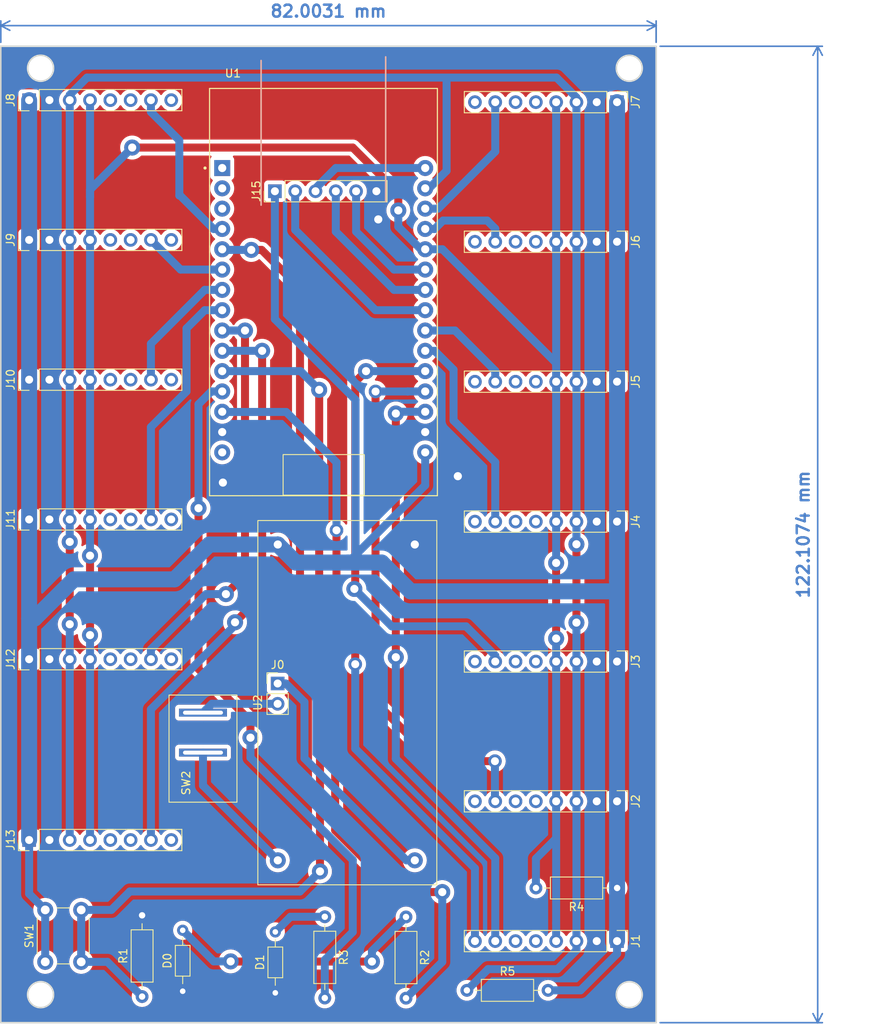
<source format=kicad_pcb>
(kicad_pcb (version 20221018) (generator pcbnew)
  (layers (0 "F.Cu" signal) (31 "B.Cu" signal) (34 "B.Paste" user) (35 "F.Paste" user) (36 "B.SilkS" user "B.Silkscreen") (37 "F.SilkS" user "F.Silkscreen") (38 "B.Mask" user) (39 "F.Mask" user) (44 "Edge.Cuts" user))
  (net 0 "")
  (net 1 "GND")
  (net 2 "Net-(D0-Pad2)")
  (net 3 "Net-(D1-Pad2)")
  (net 4 "BAT-")
  (net 5 "BAT+")
  (net 6 "3v3")
  (net 7 "SDA")
  (net 8 "SCL")
  (net 9 "AD0_0")
  (net 10 "INT")
  (net 11 "AD0_1")
  (net 12 "AD0_2")
  (net 13 "AD0_3")
  (net 14 "AD0_4")
  (net 15 "AD0_5")
  (net 16 "AD0_6")
  (net 17 "AD0_7")
  (net 18 "AD0_8")
  (net 19 "AD0_9")
  (net 20 "AD0_10")
  (net 21 "AD0_11")
  (net 22 "AD0_12")
  (net 27 "SCK")
  (net 28 "MISO")
  (net 30 "MOSI")
  (net 31 "LED_R")
  (net 32 "LED_G")
  (net 40 "SS")
  (net 41 "Switch")
  (net 72 "Net-(U2-Pad1)")
  (footprint "Connector_PinHeader_2.54mm:PinHeader_1x08_P2.54mm_Vertical" (layer "F.Cu") (at 118.29 154.82 -90)
    (fp_text reference "J2" (at 0 -2.33 90) (layer "F.SilkS"))
    (fp_text value "MPU1")
    (pad "1" thru_hole rect (at 0 0 270) (size 1.7 1.7) (drill 1) (layers "*.Cu" "*.Mask") (net 6 "3v3"))
    (pad "2" thru_hole oval (at 0 2.54 270) (size 1.7 1.7) (drill 1) (layers "*.Cu" "*.Mask") (net 1 "GND"))
    (pad "3" thru_hole oval (at 0 5.08 270) (size 1.7 1.7) (drill 1) (layers "*.Cu" "*.Mask") (net 8 "SCL"))
    (pad "4" thru_hole oval (at 0 7.62 270) (size 1.7 1.7) (drill 1) (layers "*.Cu" "*.Mask") (net 7 "SDA"))
    (pad "5" thru_hole oval (at 0 10.16 270) (size 1.7 1.7) (drill 1) (layers "*.Cu" "*.Mask"))
    (pad "6" thru_hole oval (at 0 12.7 270) (size 1.7 1.7) (drill 1) (layers "*.Cu" "*.Mask"))
    (pad "7" thru_hole oval (at 0 15.24 270) (size 1.7 1.7) (drill 1) (layers "*.Cu" "*.Mask") (net 11 "AD0_1"))
    (pad "8" thru_hole oval (at 0 17.78 270) (size 1.7 1.7) (drill 1) (layers "*.Cu" "*.Mask"))
  )
  (footprint "Resistor_THT:R_Axial_DIN0207_L6.3mm_D2.5mm_P10.16mm_Horizontal" (layer "F.Cu") (at 91.88 169.28 -90)
    (fp_text reference "R2" (at 5.08 -2.37 90) (layer "F.SilkS"))
    (fp_text value "220R")
    (pad "1" thru_hole circle (at 0 0 270) (size 1.6 1.6) (drill 0.8) (layers "*.Cu" "*.Mask") (net 2 "Net-(D0-Pad2)"))
    (pad "2" thru_hole oval (at 10.16 0 270) (size 1.6 1.6) (drill 0.8) (layers "*.Cu" "*.Mask") (net 31 "LED_R"))
  )
  (footprint "Resistor_THT:R_Axial_DIN0207_L6.3mm_D2.5mm_P10.16mm_Horizontal" (layer "F.Cu") (at 81.72 169.26 -90)
    (fp_text reference "R3" (at 5.08 -2.37 90) (layer "F.SilkS"))
    (fp_text value "220R")
    (pad "1" thru_hole circle (at 0 0 270) (size 1.6 1.6) (drill 0.8) (layers "*.Cu" "*.Mask") (net 3 "Net-(D1-Pad2)"))
    (pad "2" thru_hole oval (at 10.16 0 270) (size 1.6 1.6) (drill 0.8) (layers "*.Cu" "*.Mask") (net 32 "LED_G"))
  )
  (footprint "TCC_FOOTPRINTS:BOTAO-ONOFF" (layer "F.Cu") (at 66.48 148.23 90)
    (fp_text reference "SW2" (at -4.295 -2.115 90 unlocked) (layer "F.SilkS"))
    (fp_text value "ON/OFF")
    (pad "1" thru_hole rect (at 4.497 0 90) (size 1 6) (drill oval 0.5 5) (layers "*.Cu" "*.Mask") (net 5 "BAT+"))
    (pad "2" thru_hole rect (at -0.5 0 90) (size 1 6) (drill oval 0.5 5) (layers "*.Cu" "*.Mask") (net 72 "Net-(U2-Pad1)"))
  )
  (footprint "Connector_PinHeader_2.54mm:PinHeader_1x08_P2.54mm_Vertical" (layer "F.Cu") (at 118.29 67.38 -90)
    (fp_text reference "J7" (at 0 -2.33 -90) (layer "F.SilkS"))
    (fp_text value "MPU6")
    (pad "1" thru_hole rect (at 0 0 270) (size 1.7 1.7) (drill 1) (layers "*.Cu" "*.Mask") (net 6 "3v3"))
    (pad "2" thru_hole oval (at 0 2.54 270) (size 1.7 1.7) (drill 1) (layers "*.Cu" "*.Mask") (net 1 "GND"))
    (pad "3" thru_hole oval (at 0 5.08 270) (size 1.7 1.7) (drill 1) (layers "*.Cu" "*.Mask") (net 8 "SCL"))
    (pad "4" thru_hole oval (at 0 7.62 270) (size 1.7 1.7) (drill 1) (layers "*.Cu" "*.Mask") (net 7 "SDA"))
    (pad "5" thru_hole oval (at 0 10.16 270) (size 1.7 1.7) (drill 1) (layers "*.Cu" "*.Mask"))
    (pad "6" thru_hole oval (at 0 12.7 270) (size 1.7 1.7) (drill 1) (layers "*.Cu" "*.Mask"))
    (pad "7" thru_hole oval (at 0 15.24 270) (size 1.7 1.7) (drill 1) (layers "*.Cu" "*.Mask") (net 16 "AD0_6"))
    (pad "8" thru_hole oval (at 0 17.78 270) (size 1.7 1.7) (drill 1) (layers "*.Cu" "*.Mask"))
  )
  (footprint "Connector_PinHeader_2.54mm:PinHeader_1x08_P2.54mm_Vertical" (layer "F.Cu") (at 44.725 159.66 90)
    (fp_text reference "J13" (at 0 -2.33 90) (layer "F.SilkS"))
    (fp_text value "MPU12")
    (pad "1" thru_hole rect (at 0 0 90) (size 1.7 1.7) (drill 1) (layers "*.Cu" "*.Mask") (net 6 "3v3"))
    (pad "2" thru_hole oval (at 0 2.54 90) (size 1.7 1.7) (drill 1) (layers "*.Cu" "*.Mask") (net 1 "GND"))
    (pad "3" thru_hole oval (at 0 5.08 90) (size 1.7 1.7) (drill 1) (layers "*.Cu" "*.Mask") (net 8 "SCL"))
    (pad "4" thru_hole oval (at 0 7.62 90) (size 1.7 1.7) (drill 1) (layers "*.Cu" "*.Mask") (net 7 "SDA"))
    (pad "5" thru_hole oval (at 0 10.16 90) (size 1.7 1.7) (drill 1) (layers "*.Cu" "*.Mask"))
    (pad "6" thru_hole oval (at 0 12.7 90) (size 1.7 1.7) (drill 1) (layers "*.Cu" "*.Mask"))
    (pad "7" thru_hole oval (at 0 15.24 90) (size 1.7 1.7) (drill 1) (layers "*.Cu" "*.Mask") (net 22 "AD0_12"))
    (pad "8" thru_hole oval (at 0 17.78 90) (size 1.7 1.7) (drill 1) (layers "*.Cu" "*.Mask"))
  )
  (footprint "Connector_PinHeader_2.54mm:PinHeader_1x08_P2.54mm_Vertical" (layer "F.Cu") (at 44.725 119.57 90)
    (fp_text reference "J11" (at 0 -2.33 90) (layer "F.SilkS"))
    (fp_text value "MPU10")
    (pad "1" thru_hole rect (at 0 0 90) (size 1.7 1.7) (drill 1) (layers "*.Cu" "*.Mask") (net 6 "3v3"))
    (pad "2" thru_hole oval (at 0 2.54 90) (size 1.7 1.7) (drill 1) (layers "*.Cu" "*.Mask") (net 1 "GND"))
    (pad "3" thru_hole oval (at 0 5.08 90) (size 1.7 1.7) (drill 1) (layers "*.Cu" "*.Mask") (net 8 "SCL"))
    (pad "4" thru_hole oval (at 0 7.62 90) (size 1.7 1.7) (drill 1) (layers "*.Cu" "*.Mask") (net 7 "SDA"))
    (pad "5" thru_hole oval (at 0 10.16 90) (size 1.7 1.7) (drill 1) (layers "*.Cu" "*.Mask"))
    (pad "6" thru_hole oval (at 0 12.7 90) (size 1.7 1.7) (drill 1) (layers "*.Cu" "*.Mask"))
    (pad "7" thru_hole oval (at 0 15.24 90) (size 1.7 1.7) (drill 1) (layers "*.Cu" "*.Mask") (net 20 "AD0_10"))
    (pad "8" thru_hole oval (at 0 17.78 90) (size 1.7 1.7) (drill 1) (layers "*.Cu" "*.Mask"))
  )
  (footprint "Connector_PinHeader_2.54mm:PinHeader_1x08_P2.54mm_Vertical" (layer "F.Cu") (at 44.725 67.13 90)
    (fp_text reference "J8" (at 0 -2.33 90) (layer "F.SilkS"))
    (fp_text value "MPU7")
    (pad "1" thru_hole rect (at 0 0 90) (size 1.7 1.7) (drill 1) (layers "*.Cu" "*.Mask") (net 6 "3v3"))
    (pad "2" thru_hole oval (at 0 2.54 90) (size 1.7 1.7) (drill 1) (layers "*.Cu" "*.Mask") (net 1 "GND"))
    (pad "3" thru_hole oval (at 0 5.08 90) (size 1.7 1.7) (drill 1) (layers "*.Cu" "*.Mask") (net 8 "SCL"))
    (pad "4" thru_hole oval (at 0 7.62 90) (size 1.7 1.7) (drill 1) (layers "*.Cu" "*.Mask") (net 7 "SDA"))
    (pad "5" thru_hole oval (at 0 10.16 90) (size 1.7 1.7) (drill 1) (layers "*.Cu" "*.Mask"))
    (pad "6" thru_hole oval (at 0 12.7 90) (size 1.7 1.7) (drill 1) (layers "*.Cu" "*.Mask"))
    (pad "7" thru_hole oval (at 0 15.24 90) (size 1.7 1.7) (drill 1) (layers "*.Cu" "*.Mask") (net 17 "AD0_7"))
    (pad "8" thru_hole oval (at 0 17.78 90) (size 1.7 1.7) (drill 1) (layers "*.Cu" "*.Mask"))
  )
  (footprint "Button_Switch_THT:SW_PUSH_6mm_H5mm" (layer "F.Cu") (at 46.74 174.9 90)
    (fp_text reference "SW1" (at 3.25 -2 90) (layer "F.SilkS"))
    (fp_text value "SW_Push")
    (pad "1" thru_hole circle (at 0 0 180) (size 2 2) (drill 1.1) (layers "*.Cu" "*.Mask") (net 6 "3v3"))
    (pad "1" thru_hole circle (at 6.5 0 180) (size 2 2) (drill 1.1) (layers "*.Cu" "*.Mask") (net 6 "3v3"))
    (pad "2" thru_hole circle (at 0 4.5 180) (size 2 2) (drill 1.1) (layers "*.Cu" "*.Mask") (net 41 "Switch"))
    (pad "2" thru_hole circle (at 6.5 4.5 180) (size 2 2) (drill 1.1) (layers "*.Cu" "*.Mask") (net 41 "Switch"))
  )
  (footprint "Connector_PinHeader_2.54mm:PinHeader_1x08_P2.54mm_Vertical" (layer "F.Cu") (at 118.29 119.84 -90)
    (fp_text reference "J4" (at 0 -2.33 -90) (layer "F.SilkS"))
    (fp_text value "MPU3")
    (pad "1" thru_hole rect (at 0 0 270) (size 1.7 1.7) (drill 1) (layers "*.Cu" "*.Mask") (net 6 "3v3"))
    (pad "2" thru_hole oval (at 0 2.54 270) (size 1.7 1.7) (drill 1) (layers "*.Cu" "*.Mask") (net 1 "GND"))
    (pad "3" thru_hole oval (at 0 5.08 270) (size 1.7 1.7) (drill 1) (layers "*.Cu" "*.Mask") (net 8 "SCL"))
    (pad "4" thru_hole oval (at 0 7.62 270) (size 1.7 1.7) (drill 1) (layers "*.Cu" "*.Mask") (net 7 "SDA"))
    (pad "5" thru_hole oval (at 0 10.16 270) (size 1.7 1.7) (drill 1) (layers "*.Cu" "*.Mask"))
    (pad "6" thru_hole oval (at 0 12.7 270) (size 1.7 1.7) (drill 1) (layers "*.Cu" "*.Mask"))
    (pad "7" thru_hole oval (at 0 15.24 270) (size 1.7 1.7) (drill 1) (layers "*.Cu" "*.Mask") (net 13 "AD0_3"))
    (pad "8" thru_hole oval (at 0 17.78 270) (size 1.7 1.7) (drill 1) (layers "*.Cu" "*.Mask"))
  )
  (footprint "Connector_PinHeader_2.54mm:PinHeader_1x08_P2.54mm_Vertical" (layer "F.Cu") (at 44.725 102.09 90)
    (fp_text reference "J10" (at 0 -2.33 90) (layer "F.SilkS"))
    (fp_text value "MPU9")
    (pad "1" thru_hole rect (at 0 0 90) (size 1.7 1.7) (drill 1) (layers "*.Cu" "*.Mask") (net 6 "3v3"))
    (pad "2" thru_hole oval (at 0 2.54 90) (size 1.7 1.7) (drill 1) (layers "*.Cu" "*.Mask") (net 1 "GND"))
    (pad "3" thru_hole oval (at 0 5.08 90) (size 1.7 1.7) (drill 1) (layers "*.Cu" "*.Mask") (net 8 "SCL"))
    (pad "4" thru_hole oval (at 0 7.62 90) (size 1.7 1.7) (drill 1) (layers "*.Cu" "*.Mask") (net 7 "SDA"))
    (pad "5" thru_hole oval (at 0 10.16 90) (size 1.7 1.7) (drill 1) (layers "*.Cu" "*.Mask"))
    (pad "6" thru_hole oval (at 0 12.7 90) (size 1.7 1.7) (drill 1) (layers "*.Cu" "*.Mask"))
    (pad "7" thru_hole oval (at 0 15.24 90) (size 1.7 1.7) (drill 1) (layers "*.Cu" "*.Mask") (net 19 "AD0_9"))
    (pad "8" thru_hole oval (at 0 17.78 90) (size 1.7 1.7) (drill 1) (layers "*.Cu" "*.Mask"))
  )
  (footprint "Resistor_THT:R_Axial_DIN0207_L6.3mm_D2.5mm_P10.16mm_Horizontal" (layer "F.Cu") (at 99.5 178.46)
    (fp_text reference "R5" (at 5.08 -2.37) (layer "F.SilkS"))
    (fp_text value "1K8")
    (pad "1" thru_hole circle (at 0 0) (size 1.6 1.6) (drill 0.8) (layers "*.Cu" "*.Mask") (net 8 "SCL"))
    (pad "2" thru_hole oval (at 10.16 0) (size 1.6 1.6) (drill 0.8) (layers "*.Cu" "*.Mask") (net 6 "3v3"))
  )
  (footprint "Resistor_THT:R_Axial_DIN0207_L6.3mm_D2.5mm_P10.16mm_Horizontal" (layer "F.Cu") (at 58.86 179.24 90)
    (fp_text reference "R1" (at 5.08 -2.37 90) (layer "F.SilkS"))
    (fp_text value "10k")
    (pad "1" thru_hole circle (at 0 0 90) (size 1.6 1.6) (drill 0.8) (layers "*.Cu" "*.Mask") (net 41 "Switch"))
    (pad "2" thru_hole oval (at 10.16 0 90) (size 1.6 1.6) (drill 0.8) (layers "*.Cu" "*.Mask") (net 1 "GND"))
  )
  (footprint "Connector_PinHeader_2.54mm:PinHeader_1x08_P2.54mm_Vertical" (layer "F.Cu") (at 118.29 84.84 -90)
    (fp_text reference "J6" (at 0 -2.33 -90) (layer "F.SilkS"))
    (fp_text value "MPU5")
    (pad "1" thru_hole rect (at 0 0 270) (size 1.7 1.7) (drill 1) (layers "*.Cu" "*.Mask") (net 6 "3v3"))
    (pad "2" thru_hole oval (at 0 2.54 270) (size 1.7 1.7) (drill 1) (layers "*.Cu" "*.Mask") (net 1 "GND"))
    (pad "3" thru_hole oval (at 0 5.08 270) (size 1.7 1.7) (drill 1) (layers "*.Cu" "*.Mask") (net 8 "SCL"))
    (pad "4" thru_hole oval (at 0 7.62 270) (size 1.7 1.7) (drill 1) (layers "*.Cu" "*.Mask") (net 7 "SDA"))
    (pad "5" thru_hole oval (at 0 10.16 270) (size 1.7 1.7) (drill 1) (layers "*.Cu" "*.Mask"))
    (pad "6" thru_hole oval (at 0 12.7 270) (size 1.7 1.7) (drill 1) (layers "*.Cu" "*.Mask"))
    (pad "7" thru_hole oval (at 0 15.24 270) (size 1.7 1.7) (drill 1) (layers "*.Cu" "*.Mask") (net 15 "AD0_5"))
    (pad "8" thru_hole oval (at 0 17.78 270) (size 1.7 1.7) (drill 1) (layers "*.Cu" "*.Mask"))
  )
  (footprint "Connector_PinHeader_2.54mm:PinHeader_1x06_P2.54mm_Vertical" (layer "F.Cu") (at 75.478224 78.520748 90)
    (fp_text reference "J15" (at 0 -2.33 90) (layer "F.SilkS"))
    (fp_text value "SD_CARD")
    (pad "1" thru_hole rect (at 0 0 90) (size 1.7 1.7) (drill 1) (layers "*.Cu" "*.Mask") (net 6 "3v3"))
    (pad "2" thru_hole oval (at 0 2.54 90) (size 1.7 1.7) (drill 1) (layers "*.Cu" "*.Mask") (net 40 "SS"))
    (pad "3" thru_hole oval (at 0 5.08 90) (size 1.7 1.7) (drill 1) (layers "*.Cu" "*.Mask") (net 30 "MOSI"))
    (pad "4" thru_hole oval (at 0 7.62 90) (size 1.7 1.7) (drill 1) (layers "*.Cu" "*.Mask") (net 27 "SCK"))
    (pad "5" thru_hole oval (at 0 10.16 90) (size 1.7 1.7) (drill 1) (layers "*.Cu" "*.Mask") (net 28 "MISO"))
    (pad "6" thru_hole oval (at 0 12.7 90) (size 1.7 1.7) (drill 1) (layers "*.Cu" "*.Mask") (net 1 "GND"))
  )
  (footprint "Resistor_THT:R_Axial_DIN0204_L3.6mm_D1.6mm_P7.62mm_Horizontal" (layer "F.Cu") (at 75.529442 178.774385 90)
    (fp_text reference "D1" (at 3.81 -1.92 90) (layer "F.SilkS"))
    (fp_text value "LED G")
    (pad "1" thru_hole circle (at 0 0 90) (size 1.4 1.4) (drill 0.7) (layers "*.Cu" "*.Mask") (net 1 "GND"))
    (pad "2" thru_hole oval (at 7.62 0 90) (size 1.4 1.4) (drill 0.7) (layers "*.Cu" "*.Mask") (net 3 "Net-(D1-Pad2)"))
  )
  (footprint "Connector_PinHeader_2.54mm:PinHeader_1x08_P2.54mm_Vertical" (layer "F.Cu") (at 118.29 137.34 -90)
    (fp_text reference "J3" (at 0 -2.33 -90) (layer "F.SilkS"))
    (fp_text value "MPU3")
    (pad "1" thru_hole rect (at 0 0 270) (size 1.7 1.7) (drill 1) (layers "*.Cu" "*.Mask") (net 6 "3v3"))
    (pad "2" thru_hole oval (at 0 2.54 270) (size 1.7 1.7) (drill 1) (layers "*.Cu" "*.Mask") (net 1 "GND"))
    (pad "3" thru_hole oval (at 0 5.08 270) (size 1.7 1.7) (drill 1) (layers "*.Cu" "*.Mask") (net 8 "SCL"))
    (pad "4" thru_hole oval (at 0 7.62 270) (size 1.7 1.7) (drill 1) (layers "*.Cu" "*.Mask") (net 7 "SDA"))
    (pad "5" thru_hole oval (at 0 10.16 270) (size 1.7 1.7) (drill 1) (layers "*.Cu" "*.Mask"))
    (pad "6" thru_hole oval (at 0 12.7 270) (size 1.7 1.7) (drill 1) (layers "*.Cu" "*.Mask"))
    (pad "7" thru_hole oval (at 0 15.24 270) (size 1.7 1.7) (drill 1) (layers "*.Cu" "*.Mask") (net 12 "AD0_2"))
    (pad "8" thru_hole oval (at 0 17.78 270) (size 1.7 1.7) (drill 1) (layers "*.Cu" "*.Mask"))
  )
  (footprint "Resistor_THT:R_Axial_DIN0207_L6.3mm_D2.5mm_P10.16mm_Horizontal" (layer "F.Cu") (at 118.3 165.66 180)
    (fp_text reference "R4" (at 5.08 -2.37) (layer "F.SilkS"))
    (fp_text value "1K8")
    (pad "1" thru_hole circle (at 0 0 180) (size 1.6 1.6) (drill 0.8) (layers "*.Cu" "*.Mask") (net 6 "3v3"))
    (pad "2" thru_hole oval (at 10.16 0 180) (size 1.6 1.6) (drill 0.8) (layers "*.Cu" "*.Mask") (net 7 "SDA"))
  )
  (footprint "TCC_FOOTPRINTS:LM2596_Board" (layer "F.Cu") (at 84.413044 142.4515 90)
    (fp_text reference "U2" (at -0.030435 -11.069565 90 unlocked) (layer "F.SilkS"))
    (fp_text value "LM2596-Board")
    (pad "1" thru_hole circle (at -19.7485 -8.5725 90) (size 2 2) (drill 1.02) (layers "*.Cu" "*.Mask") (net 72 "Net-(U2-Pad1)"))
    (pad "2" thru_hole circle (at -19.7485 8.5725 90) (size 2 2) (drill 1.02) (layers "*.Cu" "*.Mask") (net 4 "BAT-"))
    (pad "3" thru_hole circle (at 19.7485 -8.5725 90) (size 2 2) (drill 1.02) (layers "*.Cu" "*.Mask") (net 6 "3v3"))
    (pad "4" thru_hole circle (at 19.7485 8.5725 90) (size 2 2) (drill 1.02) (layers "*.Cu" "*.Mask") (net 1 "GND"))
  )
  (footprint "Connector_PinHeader_2.54mm:PinHeader_1x08_P2.54mm_Vertical" (layer "F.Cu") (at 118.29 102.34 -90)
    (fp_text reference "J5" (at 0 -2.33 -90) (layer "F.SilkS"))
    (fp_text value "MPU4")
    (pad "1" thru_hole rect (at 0 0 270) (size 1.7 1.7) (drill 1) (layers "*.Cu" "*.Mask") (net 6 "3v3"))
    (pad "2" thru_hole oval (at 0 2.54 270) (size 1.7 1.7) (drill 1) (layers "*.Cu" "*.Mask") (net 1 "GND"))
    (pad "3" thru_hole oval (at 0 5.08 270) (size 1.7 1.7) (drill 1) (layers "*.Cu" "*.Mask") (net 8 "SCL"))
    (pad "4" thru_hole oval (at 0 7.62 270) (size 1.7 1.7) (drill 1) (layers "*.Cu" "*.Mask") (net 7 "SDA"))
    (pad "5" thru_hole oval (at 0 10.16 270) (size 1.7 1.7) (drill 1) (layers "*.Cu" "*.Mask"))
    (pad "6" thru_hole oval (at 0 12.7 270) (size 1.7 1.7) (drill 1) (layers "*.Cu" "*.Mask"))
    (pad "7" thru_hole oval (at 0 15.24 270) (size 1.7 1.7) (drill 1) (layers "*.Cu" "*.Mask") (net 14 "AD0_4"))
    (pad "8" thru_hole oval (at 0 17.78 270) (size 1.7 1.7) (drill 1) (layers "*.Cu" "*.Mask"))
  )
  (footprint "TCC_FOOTPRINTS:MODULE_ESP32_DEVKIT_V1" (layer "F.Cu") (at 81.5848 91.1352)
    (fp_text reference "U1" (at -11.355 -27.36) (layer "F.SilkS"))
    (fp_text value "ESP32-DEVKIT1-V1-JOAO")
    (pad "1" thru_hole rect (at -12.7 -15.515) (size 2 2) (drill 1.02) (layers "*.Cu" "*.Mask"))
    (pad "2" thru_hole circle (at -12.7 -12.975) (size 2 2) (drill 1.02) (layers "*.Cu" "*.Mask"))
    (pad "3" thru_hole circle (at -12.7 -10.435) (size 2 2) (drill 1.02) (layers "*.Cu" "*.Mask"))
    (pad "4" thru_hole circle (at -12.7 -7.895) (size 2 2) (drill 1.02) (layers "*.Cu" "*.Mask") (net 17 "AD0_7"))
    (pad "5" thru_hole circle (at -12.7 -5.355) (size 2 2) (drill 1.02) (layers "*.Cu" "*.Mask") (net 41 "Switch"))
    (pad "6" thru_hole circle (at -12.7 -2.815) (size 2 2) (drill 1.02) (layers "*.Cu" "*.Mask") (net 18 "AD0_8"))
    (pad "7" thru_hole circle (at -12.7 -0.275) (size 2 2) (drill 1.02) (layers "*.Cu" "*.Mask") (net 19 "AD0_9"))
    (pad "8" thru_hole circle (at -12.7 2.265) (size 2 2) (drill 1.02) (layers "*.Cu" "*.Mask") (net 20 "AD0_10"))
    (pad "9" thru_hole circle (at -12.7 4.805) (size 2 2) (drill 1.02) (layers "*.Cu" "*.Mask") (net 21 "AD0_11"))
    (pad "10" thru_hole circle (at -12.7 7.345) (size 2 2) (drill 1.02) (layers "*.Cu" "*.Mask") (net 22 "AD0_12"))
    (pad "11" thru_hole circle (at -12.7 9.885) (size 2 2) (drill 1.02) (layers "*.Cu" "*.Mask") (net 31 "LED_R"))
    (pad "12" thru_hole circle (at -12.7 12.425) (size 2 2) (drill 1.02) (layers "*.Cu" "*.Mask") (net 32 "LED_G"))
    (pad "13" thru_hole circle (at -12.7 14.965) (size 2 2) (drill 1.02) (layers "*.Cu" "*.Mask") (net 10 "INT"))
    (pad "14" thru_hole circle (at -12.7 17.505) (size 2 2) (drill 1.02) (layers "*.Cu" "*.Mask") (net 1 "GND"))
    (pad "15" thru_hole circle (at -12.7 20.045) (size 2 2) (drill 1.02) (layers "*.Cu" "*.Mask"))
    (pad "16" thru_hole circle (at 12.7 20.045) (size 2 2) (drill 1.02) (layers "*.Cu" "*.Mask") (net 6 "3v3"))
    (pad "17" thru_hole circle (at 12.7 17.505) (size 2 2) (drill 1.02) (layers "*.Cu" "*.Mask") (net 1 "GND"))
    (pad "18" thru_hole circle (at 12.7 14.965) (size 2 2) (drill 1.02) (layers "*.Cu" "*.Mask") (net 9 "AD0_0"))
    (pad "19" thru_hole circle (at 12.7 12.425) (size 2 2) (drill 1.02) (layers "*.Cu" "*.Mask") (net 11 "AD0_1"))
    (pad "20" thru_hole circle (at 12.7 9.885) (size 2 2) (drill 1.02) (layers "*.Cu" "*.Mask") (net 12 "AD0_2"))
    (pad "21" thru_hole circle (at 12.7 7.345) (size 2 2) (drill 1.02) (layers "*.Cu" "*.Mask") (net 13 "AD0_3"))
    (pad "22" thru_hole circle (at 12.7 4.805) (size 2 2) (drill 1.02) (layers "*.Cu" "*.Mask") (net 14 "AD0_4"))
    (pad "23" thru_hole circle (at 12.7 2.265) (size 2 2) (drill 1.02) (layers "*.Cu" "*.Mask") (net 40 "SS"))
    (pad "24" thru_hole circle (at 12.7 -0.275) (size 2 2) (drill 1.02) (layers "*.Cu" "*.Mask") (net 27 "SCK"))
    (pad "25" thru_hole circle (at 12.7 -2.815) (size 2 2) (drill 1.02) (layers "*.Cu" "*.Mask") (net 28 "MISO"))
    (pad "26" thru_hole circle (at 12.7 -5.355) (size 2 2) (drill 1.02) (layers "*.Cu" "*.Mask") (net 7 "SDA"))
    (pad "27" thru_hole circle (at 12.7 -7.895) (size 2 2) (drill 1.02) (layers "*.Cu" "*.Mask") (net 15 "AD0_5"))
    (pad "28" thru_hole circle (at 12.7 -10.435) (size 2 2) (drill 1.02) (layers "*.Cu" "*.Mask") (net 16 "AD0_6"))
    (pad "29" thru_hole circle (at 12.7 -12.975) (size 2 2) (drill 1.02) (layers "*.Cu" "*.Mask") (net 8 "SCL"))
    (pad "30" thru_hole circle (at 12.7 -15.515) (size 2 2) (drill 1.02) (layers "*.Cu" "*.Mask") (net 30 "MOSI"))
  )
  (footprint "Connector_PinHeader_2.54mm:PinHeader_1x02_P2.54mm_Vertical" (layer "F.Cu") (at 75.82 140.085)
    (fp_text reference "J0" (at 0 -2.33) (layer "F.SilkS"))
    (fp_text value "Battery")
    (pad "1" thru_hole rect (at 0 0) (size 1.7 1.7) (drill 1) (layers "*.Cu" "*.Mask") (net 4 "BAT-"))
    (pad "2" thru_hole oval (at 0 2.54) (size 1.7 1.7) (drill 1) (layers "*.Cu" "*.Mask") (net 5 "BAT+"))
  )
  (footprint "Connector_PinHeader_2.54mm:PinHeader_1x08_P2.54mm_Vertical" (layer "F.Cu") (at 118.29 172.3 -90)
    (fp_text reference "J1" (at 0 -2.33 90) (layer "F.SilkS"))
    (fp_text value "MPU0")
    (pad "1" thru_hole rect (at 0 0 270) (size 1.7 1.7) (drill 1) (layers "*.Cu" "*.Mask") (net 6 "3v3"))
    (pad "2" thru_hole oval (at 0 2.54 270) (size 1.7 1.7) (drill 1) (layers "*.Cu" "*.Mask") (net 1 "GND"))
    (pad "3" thru_hole oval (at 0 5.08 270) (size 1.7 1.7) (drill 1) (layers "*.Cu" "*.Mask") (net 8 "SCL"))
    (pad "4" thru_hole oval (at 0 7.62 270) (size 1.7 1.7) (drill 1) (layers "*.Cu" "*.Mask") (net 7 "SDA"))
    (pad "5" thru_hole oval (at 0 10.16 270) (size 1.7 1.7) (drill 1) (layers "*.Cu" "*.Mask"))
    (pad "6" thru_hole oval (at 0 12.7 270) (size 1.7 1.7) (drill 1) (layers "*.Cu" "*.Mask"))
    (pad "7" thru_hole oval (at 0 15.24 270) (size 1.7 1.7) (drill 1) (layers "*.Cu" "*.Mask") (net 9 "AD0_0"))
    (pad "8" thru_hole oval (at 0 17.78 270) (size 1.7 1.7) (drill 1) (layers "*.Cu" "*.Mask") (net 10 "INT"))
  )
  (footprint "Connector_PinHeader_2.54mm:PinHeader_1x08_P2.54mm_Vertical" (layer "F.Cu") (at 44.725 137.05 90)
    (fp_text reference "J12" (at 0 -2.33 90) (layer "F.SilkS"))
    (fp_text value "MPU11")
    (pad "1" thru_hole rect (at 0 0 90) (size 1.7 1.7) (drill 1) (layers "*.Cu" "*.Mask") (net 6 "3v3"))
    (pad "2" thru_hole oval (at 0 2.54 90) (size 1.7 1.7) (drill 1) (layers "*.Cu" "*.Mask") (net 1 "GND"))
    (pad "3" thru_hole oval (at 0 5.08 90) (size 1.7 1.7) (drill 1) (layers "*.Cu" "*.Mask") (net 8 "SCL"))
    (pad "4" thru_hole oval (at 0 7.62 90) (size 1.7 1.7) (drill 1) (layers "*.Cu" "*.Mask") (net 7 "SDA"))
    (pad "5" thru_hole oval (at 0 10.16 90) (size 1.7 1.7) (drill 1) (layers "*.Cu" "*.Mask"))
    (pad "6" thru_hole oval (at 0 12.7 90) (size 1.7 1.7) (drill 1) (layers "*.Cu" "*.Mask"))
    (pad "7" thru_hole oval (at 0 15.24 90) (size 1.7 1.7) (drill 1) (layers "*.Cu" "*.Mask") (net 21 "AD0_11"))
    (pad "8" thru_hole oval (at 0 17.78 90) (size 1.7 1.7) (drill 1) (layers "*.Cu" "*.Mask"))
  )
  (footprint "Connector_PinHeader_2.54mm:PinHeader_1x08_P2.54mm_Vertical" (layer "F.Cu") (at 44.725 84.61 90)
    (fp_text reference "J9" (at 0 -2.33 90) (layer "F.SilkS"))
    (fp_text value "MPU8")
    (pad "1" thru_hole rect (at 0 0 90) (size 1.7 1.7) (drill 1) (layers "*.Cu" "*.Mask") (net 6 "3v3"))
    (pad "2" thru_hole oval (at 0 2.54 90) (size 1.7 1.7) (drill 1) (layers "*.Cu" "*.Mask") (net 1 "GND"))
    (pad "3" thru_hole oval (at 0 5.08 90) (size 1.7 1.7) (drill 1) (layers "*.Cu" "*.Mask") (net 8 "SCL"))
    (pad "4" thru_hole oval (at 0 7.62 90) (size 1.7 1.7) (drill 1) (layers "*.Cu" "*.Mask") (net 7 "SDA"))
    (pad "5" thru_hole oval (at 0 10.16 90) (size 1.7 1.7) (drill 1) (layers "*.Cu" "*.Mask"))
    (pad "6" thru_hole oval (at 0 12.7 90) (size 1.7 1.7) (drill 1) (layers "*.Cu" "*.Mask"))
    (pad "7" thru_hole oval (at 0 15.24 90) (size 1.7 1.7) (drill 1) (layers "*.Cu" "*.Mask") (net 18 "AD0_8"))
    (pad "8" thru_hole oval (at 0 17.78 90) (size 1.7 1.7) (drill 1) (layers "*.Cu" "*.Mask"))
  )
  (footprint "Resistor_THT:R_Axial_DIN0204_L3.6mm_D1.6mm_P7.62mm_Horizontal" (layer "F.Cu") (at 63.94 178.57 90)
    (fp_text reference "D0" (at 3.81 -1.92 90) (layer "F.SilkS"))
    (fp_text value "LED R")
    (pad "1" thru_hole circle (at 0 0 90) (size 1.4 1.4) (drill 0.7) (layers "*.Cu" "*.Mask") (net 1 "GND"))
    (pad "2" thru_hole oval (at 7.62 0 90) (size 1.4 1.4) (drill 0.7) (layers "*.Cu" "*.Mask") (net 2 "Net-(D0-Pad2)"))
  )
  (gr_line (start 73.750591 62.175546) (end 73.750591 80.255984) (stroke (width 0.2)) (layer "B.SilkS"))
  (gr_line (start 89.34 61.719781) (end 89.34 79.800219) (stroke (width 0.2)) (layer "B.SilkS"))
  (gr_circle (center 46.16 179) (end 47.785 179) (stroke (width 0.2)) (fill none) (layer "Edge.Cuts"))
  (gr_circle (center 119.82 179) (end 121.445 179) (stroke (width 0.2)) (fill none) (layer "Edge.Cuts"))
  (gr_circle (center 119.82 63.14) (end 121.445 63.14) (stroke (width 0.2)) (fill none) (layer "Edge.Cuts"))
  (gr_rect (start 41.18 60.392616) (end 123.183126 182.5) (stroke (width 0.2)) (fill none) (layer "Edge.Cuts"))
  (gr_circle (center 46.16 63.14) (end 47.785 63.14) (stroke (width 0.2)) (fill none) (layer "Edge.Cuts"))
  (dimension (type aligned) (layer "B.Cu") (pts (xy 123.183126 60.392616) (xy 41.18 60.392616)) (height 2.582615) (gr_text "82,0031 mm" (at 82.181563 56.010001) (layer "B.Cu") (effects (font (size 1.5 1.5) (thickness 0.3)))) (format (prefix "") (suffix "") (units 3) (units_format 1) (precision 4)) (style (thickness 0.2) (arrow_length 1.27) (text_position_mode 0) (extension_height 0.58642) (extension_offset 0.5) keep_text_aligned))
  (dimension (type aligned) (layer "B.Cu") (pts (xy 123.183126 182.5) (xy 123.183126 60.392616)) (height 20.212291) (gr_text "122,1074 mm" (at 141.595417 121.446308 90) (layer "B.Cu") (effects (font (size 1.5 1.5) (thickness 0.3)))) (format (prefix "") (suffix "") (units 3) (units_format 1) (precision 4)) (style (thickness 0.2) (arrow_length 1.27) (text_position_mode 0) (extension_height 0.58642) (extension_offset 0.5) keep_text_aligned))
  (via (at 98.37 114.16) (size 2) (drill 1.02) (layers "F.Cu" "B.Cu") (net 1))
  (via (at 88.413456 82.044151) (size 2) (drill 1.02) (layers "F.Cu" "B.Cu") (net 1))
  (via (at 68.97 114.96) (size 2) (drill 1.02) (layers "F.Cu" "B.Cu") (net 1))
  (segment (start 69.960777 174.86) (end 87.62 174.86) (width 1) (layer "F.Cu") (net 2))
  (segment (start 69.941705 174.840928) (end 69.960777 174.86) (width 1) (layer "F.Cu") (net 2))
  (via (at 87.62 174.86) (size 2) (drill 1.02) (layers "F.Cu" "B.Cu") (net 2))
  (via (at 69.941705 174.840928) (size 2) (drill 1.02) (layers "F.Cu" "B.Cu") (net 2))
  (segment (start 87.62 174.86) (end 87.62 173.54) (width 1) (layer "B.Cu") (net 2))
  (segment (start 87.62 173.54) (end 91.88 169.28) (width 1) (layer "B.Cu") (net 2))
  (segment (start 69.941705 174.840928) (end 67.830928 174.840928) (width 1) (layer "B.Cu") (net 2))
  (segment (start 67.830928 174.840928) (end 63.94 170.95) (width 1) (layer "B.Cu") (net 2))
  (segment (start 81.72 169.26) (end 77.423827 169.26) (width 1) (layer "B.Cu") (net 3))
  (segment (start 77.423827 169.26) (end 75.529442 171.154385) (width 1) (layer "B.Cu") (net 3))
  (segment (start 76.845 140.085) (end 75.82 140.085) (width 1) (layer "B.Cu") (net 4))
  (segment (start 79.18 149.44) (end 79.18 142.42) (width 1) (layer "B.Cu") (net 4))
  (segment (start 91.94 162.2) (end 79.18 149.44) (width 1) (layer "B.Cu") (net 4))
  (segment (start 79.18 142.42) (end 76.845 140.085) (width 1) (layer "B.Cu") (net 4))
  (segment (start 92.985544 162.2) (end 91.94 162.2) (width 1) (layer "B.Cu") (net 4))
  (segment (start 67.588 142.625) (end 66.48 143.733) (width 1) (layer "B.Cu") (net 5))
  (segment (start 75.82 142.625) (end 67.588 142.625) (width 1) (layer "B.Cu") (net 5))
  (segment (start 44.725 131.955) (end 44.725 119.57) (width 2) (layer "B.Cu") (net 6))
  (segment (start 44.725 166.385) (end 46.74 168.4) (width 1) (layer "B.Cu") (net 6))
  (segment (start 44.725 137.05) (end 44.725 159.66) (width 2) (layer "B.Cu") (net 6))
  (segment (start 85.57 124.01) (end 84.62 124.96) (width 1) (layer "B.Cu") (net 6))
  (segment (start 84.62 124.96) (end 78.097544 124.96) (width 2) (layer "B.Cu") (net 6))
  (segment (start 44.725 102.09) (end 44.725 84.61) (width 2) (layer "B.Cu") (net 6))
  (segment (start 118.29 127.19) (end 118.29 119.84) (width 2) (layer "B.Cu") (net 6))
  (segment (start 118.29 67.38) (end 118.29 84.84) (width 2) (layer "B.Cu") (net 6))
  (segment (start 44.725 119.57) (end 44.725 102.09) (width 2) (layer "B.Cu") (net 6))
  (segment (start 44.725 137.05) (end 44.725 131.955) (width 2) (layer "B.Cu") (net 6))
  (segment (start 92.453001 128.56) (end 118.12 128.56) (width 2) (layer "B.Cu") (net 6))
  (segment (start 46.74 168.4) (end 46.74 174.9) (width 1) (layer "B.Cu") (net 6))
  (segment (start 118.29 119.84) (end 118.29 102.34) (width 2) (layer "B.Cu") (net 6))
  (segment (start 118.29 163.08) (end 118.29 154.82) (width 2) (layer "B.Cu") (net 6))
  (segment (start 118.29 173.89) (end 118.29 172.3) (width 1) (layer "B.Cu") (net 6))
  (segment (start 84.62 124.96) (end 88.853001 124.96) (width 2) (layer "B.Cu") (net 6))
  (segment (start 67.277 122.703) (end 62.92 127.06) (width 2) (layer "B.Cu") (net 6))
  (segment (start 44.725 159.66) (end 44.725 166.385) (width 1) (layer "B.Cu") (net 6))
  (segment (start 88.853001 124.96) (end 92.453001 128.56) (width 2) (layer "B.Cu") (net 6))
  (segment (start 85.57 104.61) (end 85.57 124.01) (width 1) (layer "B.Cu") (net 6))
  (segment (start 118.29 172.3) (end 118.29 163.08) (width 2) (layer "B.Cu") (net 6))
  (segment (start 45.425 131.955) (end 44.725 131.955) (width 2) (layer "B.Cu") (net 6))
  (segment (start 94.2848 115.2952) (end 85.57 124.01) (width 1) (layer "B.Cu") (net 6))
  (segment (start 118.29 137.34) (end 118.29 128.39) (width 2) (layer "B.Cu") (net 6))
  (segment (start 118.29 84.84) (end 118.29 102.34) (width 2) (layer "B.Cu") (net 6))
  (segment (start 75.840544 122.703) (end 67.277 122.703) (width 2) (layer "B.Cu") (net 6))
  (segment (start 44.725 84.61) (end 44.725 67.13) (width 2) (layer "B.Cu") (net 6))
  (segment (start 75.478224 78.520748) (end 75.478224 94.518224) (width 1) (layer "B.Cu") (net 6))
  (segment (start 62.92 127.06) (end 50.32 127.06) (width 2) (layer "B.Cu") (net 6))
  (segment (start 109.66 178.46) (end 113.72 178.46) (width 1) (layer "B.Cu") (net 6))
  (segment (start 118.29 154.82) (end 118.29 137.34) (width 2) (layer "B.Cu") (net 6))
  (segment (start 113.72 178.46) (end 118.29 173.89) (width 1) (layer "B.Cu") (net 6))
  (segment (start 75.478224 94.518224) (end 85.57 104.61) (width 1) (layer "B.Cu") (net 6))
  (segment (start 50.32 127.06) (end 45.425 131.955) (width 2) (layer "B.Cu") (net 6))
  (segment (start 118.29 128.39) (end 118.29 127.19) (width 2) (layer "B.Cu") (net 6))
  (segment (start 118.12 128.56) (end 118.29 128.39) (width 2) (layer "B.Cu") (net 6))
  (segment (start 94.2848 111.1802) (end 94.2848 115.2952) (width 1) (layer "B.Cu") (net 6))
  (segment (start 118.29 163.92) (end 118.29 163.08) (width 1) (layer "B.Cu") (net 6))
  (segment (start 78.097544 124.96) (end 75.840544 122.703) (width 2) (layer "B.Cu") (net 6))
  (segment (start 90.92 80.92) (end 90.92 78.76) (width 1) (layer "F.Cu") (net 7))
  (segment (start 85.22 73.06) (end 57.62 73.06) (width 1) (layer "F.Cu") (net 7))
  (segment (start 110.67 125.01) (end 110.67 134.46) (width 1) (layer "F.Cu") (net 7))
  (segment (start 52.345 134.035) (end 52.345 124.1) (width 1) (layer "F.Cu") (net 7))
  (segment (start 90.92 78.76) (end 85.22 73.06) (width 1) (layer "F.Cu") (net 7))
  (via (at 52.345 134.035) (size 2) (drill 1.02) (layers "F.Cu" "B.Cu") (net 7))
  (via (at 90.92 80.92) (size 2) (drill 1.02) (layers "F.Cu" "B.Cu") (net 7))
  (via (at 57.62 73.06) (size 2) (drill 1.02) (layers "F.Cu" "B.Cu") (net 7))
  (via (at 110.67 134.46) (size 2) (drill 1.02) (layers "F.Cu" "B.Cu") (net 7))
  (via (at 52.345 124.1) (size 2) (drill 1.02) (layers "F.Cu" "B.Cu") (net 7))
  (via (at 110.67 125.01) (size 2) (drill 1.02) (layers "F.Cu" "B.Cu") (net 7))
  (segment (start 52.345 78.335) (end 52.345 79.235) (width 1) (layer "B.Cu") (net 7))
  (segment (start 52.345 102.09) (end 52.345 84.61) (width 1) (layer "B.Cu") (net 7))
  (segment (start 52.345 159.66) (end 52.345 137.05) (width 1) (layer "B.Cu") (net 7))
  (segment (start 93.7402 85.7802) (end 94.2848 85.7802) (width 1) (layer "B.Cu") (net 7))
  (segment (start 108.14 165.66) (end 108.14 161.99) (width 1) (layer "B.Cu") (net 7))
  (segment (start 52.345 84.61) (end 52.345 79.235) (width 1) (layer "B.Cu") (net 7))
  (segment (start 110.67 84.84) (end 110.67 67.38) (width 1) (layer "B.Cu") (net 7))
  (segment (start 110.67 100.31) (end 110.67 84.84) (width 1) (layer "B.Cu") (net 7))
  (segment (start 110.67 119.84) (end 110.67 125.01) (width 1) (layer "B.Cu") (net 7))
  (segment (start 110.67 137.34) (end 110.67 154.82) (width 1) (layer "B.Cu") (net 7))
  (segment (start 110.67 170.06) (end 110.67 172.3) (width 1) (layer "B.Cu") (net 7))
  (segment (start 96.4402 85.7802) (end 110.67 100.01) (width 1) (layer "B.Cu") (net 7))
  (segment (start 110.67 102.34) (end 110.67 100.31) (width 1) (layer "B.Cu") (net 7))
  (segment (start 110.67 134.46) (end 110.67 137.34) (width 1) (layer "B.Cu") (net 7))
  (segment (start 108.14 161.99) (end 110.67 159.46) (width 1) (layer "B.Cu") (net 7))
  (segment (start 94.2848 85.7802) (end 96.4402 85.7802) (width 1) (layer "B.Cu") (net 7))
  (segment (start 52.345 137.05) (end 52.345 134.035) (width 1) (layer "B.Cu") (net 7))
  (segment (start 52.345 119.57) (end 52.345 102.09) (width 1) (layer "B.Cu") (net 7))
  (segment (start 110.67 159.46) (end 110.67 170.06) (width 1) (layer "B.Cu") (net 7))
  (segment (start 52.345 124.1) (end 52.345 119.57) (width 1) (layer "B.Cu") (net 7))
  (segment (start 90.92 80.92) (end 90.92 82.96) (width 1) (layer "B.Cu") (net 7))
  (segment (start 57.62 73.06) (end 52.345 78.335) (width 1) (layer "B.Cu") (net 7))
  (segment (start 52.345 79.235) (end 52.345 67.13) (width 1) (layer "B.Cu") (net 7))
  (segment (start 110.67 119.84) (end 110.67 102.34) (width 1) (layer "B.Cu") (net 7))
  (segment (start 110.67 154.82) (end 110.67 159.46) (width 1) (layer "B.Cu") (net 7))
  (segment (start 110.67 100.01) (end 110.67 100.31) (width 1) (layer "B.Cu") (net 7))
  (segment (start 90.92 82.96) (end 93.7402 85.7802) (width 1) (layer "B.Cu") (net 7))
  (segment (start 113.21 132.47) (end 113.21 122.67) (width 1) (layer "F.Cu") (net 8))
  (segment (start 49.805 122.375) (end 49.805 132.675) (width 1) (layer "F.Cu") (net 8))
  (via (at 113.21 122.67) (size 2) (drill 1.02) (layers "F.Cu" "B.Cu") (net 8))
  (via (at 49.805 122.375) (size 2) (drill 1.02) (layers "F.Cu" "B.Cu") (net 8))
  (via (at 113.21 132.47) (size 2) (drill 1.02) (layers "F.Cu" "B.Cu") (net 8))
  (via (at 49.805 132.675) (size 2) (drill 1.02) (layers "F.Cu" "B.Cu") (net 8))
  (segment (start 113.21 172.3) (end 113.21 154.82) (width 1) (layer "B.Cu") (net 8))
  (segment (start 49.805 102.09) (end 49.805 119.57) (width 1) (layer "B.Cu") (net 8))
  (segment (start 113.21 122.67) (end 113.21 119.84) (width 1) (layer "B.Cu") (net 8))
  (segment (start 49.805 137.05) (end 49.805 159.66) (width 1) (layer "B.Cu") (net 8))
  (segment (start 113.21 67.38) (end 113.21 84.84) (width 1) (layer "B.Cu") (net 8))
  (segment (start 113.21 173.44) (end 110.841095 175.808905) (width 1) (layer "B.Cu") (net 8))
  (segment (start 110.72 64.31) (end 51.97 64.31) (width 1) (layer "B.Cu") (net 8))
  (segment (start 49.805 84.61) (end 49.805 102.09) (width 1) (layer "B.Cu") (net 8))
  (segment (start 113.21 137.34) (end 113.21 132.47) (width 1) (layer "B.Cu") (net 8))
  (segment (start 113.21 66.8) (end 110.72 64.31) (width 1) (layer "B.Cu") (net 8))
  (segment (start 96.96 75.966753) (end 96.96 64.4) (width 1) (layer "B.Cu") (net 8))
  (segment (start 49.805 119.57) (end 49.805 122.375) (width 1) (layer "B.Cu") (net 8))
  (segment (start 113.21 172.3) (end 113.21 173.44) (width 1) (layer "B.Cu") (net 8))
  (segment (start 49.805 66.475) (end 49.805 67.13) (width 1) (layer "B.Cu") (net 8))
  (segment (start 113.21 102.34) (end 113.21 119.84) (width 1) (layer "B.Cu") (net 8))
  (segment (start 113.21 154.82) (end 113.21 137.34) (width 1) (layer "B.Cu") (net 8))
  (segment (start 102.151095 175.808905) (end 99.5 178.46) (width 1) (layer "B.Cu") (net 8))
  (segment (start 49.805 67.13) (end 49.805 84.61) (width 1) (layer "B.Cu") (net 8))
  (segment (start 94.2848 78.1602) (end 94.766553 78.1602) (width 1) (layer "B.Cu") (net 8))
  (segment (start 49.805 132.675) (end 49.805 137.05) (width 1) (layer "B.Cu") (net 8))
  (segment (start 94.766553 78.1602) (end 96.96 75.966753) (width 1) (layer "B.Cu") (net 8))
  (segment (start 113.21 84.84) (end 113.21 102.34) (width 1) (layer "B.Cu") (net 8))
  (segment (start 51.97 64.31) (end 49.805 66.475) (width 1) (layer "B.Cu") (net 8))
  (segment (start 110.841095 175.808905) (end 102.151095 175.808905) (width 1) (layer "B.Cu") (net 8))
  (segment (start 113.21 67.38) (end 113.21 66.8) (width 1) (layer "B.Cu") (net 8))
  (segment (start 90.61 136.8) (end 90.61 106.32) (width 1) (layer "F.Cu") (net 9))
  (via (at 90.61 136.8) (size 2) (drill 1.02) (layers "F.Cu" "B.Cu") (net 9))
  (via (at 90.61 106.32) (size 2) (drill 1.02) (layers "F.Cu" "B.Cu") (net 9))
  (segment (start 94.2848 106.1002) (end 90.8298 106.1002) (width 1) (layer "B.Cu") (net 9))
  (segment (start 103.05 161.94) (end 103.05 172.3) (width 1) (layer "B.Cu") (net 9))
  (segment (start 90.61 136.8) (end 90.61 149.5) (width 1) (layer "B.Cu") (net 9))
  (segment (start 90.8298 106.1002) (end 90.61 106.32) (width 1) (layer "B.Cu") (net 9))
  (segment (start 90.61 149.5) (end 103.05 161.94) (width 1) (layer "B.Cu") (net 9))
  (segment (start 83.183835 130.323835) (end 85.53 132.67) (width 1) (layer "F.Cu") (net 10))
  (segment (start 85.53 132.67) (end 85.53 137.67) (width 1) (layer "F.Cu") (net 10))
  (segment (start 83.183835 120.923835) (end 83.183835 130.323835) (width 1) (layer "F.Cu") (net 10))
  (via (at 85.53 137.67) (size 1.7) (drill 1) (layers "F.Cu" "B.Cu") (net 10))
  (via (at 83.183835 120.923835) (size 1.7) (drill 1) (layers "F.Cu" "B.Cu") (net 10))
  (segment (start 76.886165 106.126165) (end 68.910765 106.126165) (width 1) (layer "B.Cu") (net 10))
  (segment (start 85.53 137.67) (end 85.53 148.23) (width 1) (layer "B.Cu") (net 10))
  (segment (start 100.51 163.21) (end 100.51 172.3) (width 1) (layer "B.Cu") (net 10))
  (segment (start 85.53 148.23) (end 100.51 163.21) (width 1) (layer "B.Cu") (net 10))
  (segment (start 83.183835 120.923835) (end 83.183835 112.423835) (width 1) (layer "B.Cu") (net 10))
  (segment (start 68.910765 106.126165) (end 68.8848 106.1002) (width 1) (layer "B.Cu") (net 10))
  (segment (start 83.183835 112.423835) (end 76.886165 106.126165) (width 1) (layer "B.Cu") (net 10))
  (segment (start 95.455555 149.797812) (end 103.012188 149.797812) (width 1) (layer "F.Cu") (net 11))
  (segment (start 88.07 103.565571) (end 88.07 142.412257) (width 1) (layer "F.Cu") (net 11))
  (segment (start 88.07 142.412257) (end 95.455555 149.797812) (width 1) (layer "F.Cu") (net 11))
  (segment (start 103.012188 149.797812) (end 103.033368 149.818991) (width 1) (layer "F.Cu") (net 11))
  (via (at 103.012188 149.797812) (size 1.7) (drill 1) (layers "F.Cu" "B.Cu") (net 11))
  (via (at 88.07 103.565571) (size 1.7) (drill 1) (layers "F.Cu" "B.Cu") (net 11))
  (segment (start 92.0998 103.5602) (end 94.2848 103.5602) (width 1) (layer "B.Cu") (net 11))
  (segment (start 88.07 103.565571) (end 92.094429 103.565571) (width 1) (layer "B.Cu") (net 11))
  (segment (start 103.012188 149.797812) (end 103.012188 154.782188) (width 1) (layer "B.Cu") (net 11))
  (segment (start 103.012188 154.782188) (end 103.05 154.82) (width 1) (layer "B.Cu") (net 11))
  (segment (start 92.094429 103.565571) (end 92.0998 103.5602) (width 1) (layer "B.Cu") (net 11))
  (segment (start 85.53 128.15) (end 85.42 128.26) (width 1) (layer "F.Cu") (net 12))
  (segment (start 85.53 102.3704) (end 85.53 128.15) (width 1) (layer "F.Cu") (net 12))
  (segment (start 86.8802 101.0202) (end 85.53 102.3704) (width 1) (layer "F.Cu") (net 12))
  (via (at 85.42 128.26) (size 2) (drill 1.02) (layers "F.Cu" "B.Cu") (net 12))
  (via (at 86.8802 101.0202) (size 2) (drill 1.02) (layers "F.Cu" "B.Cu") (net 12))
  (segment (start 103.05 136.597752) (end 103.05 137.34) (width 1) (layer "B.Cu") (net 12))
  (segment (start 99.389671 132.937423) (end 103.05 136.597752) (width 1) (layer "B.Cu") (net 12))
  (segment (start 90.097423 132.937423) (end 99.389671 132.937423) (width 1) (layer "B.Cu") (net 12))
  (segment (start 85.42 128.26) (end 90.097423 132.937423) (width 1) (layer "B.Cu") (net 12))
  (segment (start 86.8802 101.0202) (end 94.2848 101.0202) (width 1) (layer "B.Cu") (net 12))
  (segment (start 97.83358 107.19358) (end 97.83358 100.84358) (width 1) (layer "B.Cu") (net 13))
  (segment (start 103.05 119.84) (end 103.05 112.41) (width 1) (layer "B.Cu") (net 13))
  (segment (start 95.4702 98.4802) (end 94.2848 98.4802) (width 1) (layer "B.Cu") (net 13))
  (segment (start 97.83358 100.84358) (end 95.4702 98.4802) (width 1) (layer "B.Cu") (net 13))
  (segment (start 103.05 112.41) (end 97.83358 107.19358) (width 1) (layer "B.Cu") (net 13))
  (segment (start 103.05 102.34) (end 103.05 100.98) (width 1) (layer "B.Cu") (net 14))
  (segment (start 98.0102 95.9402) (end 94.2848 95.9402) (width 1) (layer "B.Cu") (net 14))
  (segment (start 103.05 100.98) (end 98.0102 95.9402) (width 1) (layer "B.Cu") (net 14))
  (segment (start 95.4702 83.2402) (end 94.2848 83.2402) (width 1) (layer "B.Cu") (net 15))
  (segment (start 103.05 83.2) (end 102.04 82.19) (width 1) (layer "B.Cu") (net 15))
  (segment (start 96.5204 82.19) (end 95.4702 83.2402) (width 1) (layer "B.Cu") (net 15))
  (segment (start 103.05 84.84) (end 103.05 83.2) (width 1) (layer "B.Cu") (net 15))
  (segment (start 102.04 82.19) (end 96.5204 82.19) (width 1) (layer "B.Cu") (net 15))
  (segment (start 94.2848 80.7002) (end 95.9098 80.7002) (width 1) (layer "B.Cu") (net 16))
  (segment (start 95.9098 80.7002) (end 103.05 73.56) (width 1) (layer "B.Cu") (net 16))
  (segment (start 103.05 73.56) (end 103.05 67.38) (width 1) (layer "B.Cu") (net 16))
  (segment (start 63.62 79.06) (end 63.52 79.06) (width 1) (layer "B.Cu") (net 17))
  (segment (start 59.965 67.13) (end 59.965 68.605) (width 1) (layer "B.Cu") (net 17))
  (segment (start 63.52 72.16) (end 63.52 79.06) (width 1) (layer "B.Cu") (net 17))
  (segment (start 67.8002 83.2402) (end 63.62 79.06) (width 1) (layer "B.Cu") (net 17))
  (segment (start 59.965 68.605) (end 63.52 72.16) (width 1) (layer "B.Cu") (net 17))
  (segment (start 68.8848 83.2402) (end 67.8002 83.2402) (width 1) (layer "B.Cu") (net 17))
  (segment (start 68.8848 88.3202) (end 63.6752 88.3202) (width 1) (layer "B.Cu") (net 18))
  (segment (start 63.6752 88.3202) (end 59.965 84.61) (width 1) (layer "B.Cu") (net 18))
  (segment (start 66.6998 90.8602) (end 59.965 97.595) (width 1) (layer "B.Cu") (net 19))
  (segment (start 59.965 97.595) (end 59.965 102.09) (width 1) (layer "B.Cu") (net 19))
  (segment (start 68.8848 90.8602) (end 66.6998 90.8602) (width 1) (layer "B.Cu") (net 19))
  (segment (start 64.42 95.68) (end 66.6998 93.4002) (width 1) (layer "B.Cu") (net 20))
  (segment (start 64.42 103.56) (end 64.42 95.68) (width 1) (layer "B.Cu") (net 20))
  (segment (start 66.6998 93.4002) (end 68.8848 93.4002) (width 1) (layer "B.Cu") (net 20))
  (segment (start 59.965 119.57) (end 59.965 108.015) (width 1) (layer "B.Cu") (net 20))
  (segment (start 59.965 108.015) (end 64.42 103.56) (width 1) (layer "B.Cu") (net 20))
  (segment (start 71.737282 126.517511) (end 71.737282 95.9402) (width 1) (layer "F.Cu") (net 21))
  (segment (start 69.346986 128.907807) (end 71.737282 126.517511) (width 1) (layer "F.Cu") (net 21))
  (via (at 69.346986 128.907807) (size 2) (drill 1.02) (layers "F.Cu" "B.Cu") (net 21))
  (via (at 71.737282 95.9402) (size 2) (drill 1.02) (layers "F.Cu" "B.Cu") (net 21))
  (segment (start 69.346986 128.907807) (end 66.872193 128.907807) (width 1) (layer "B.Cu") (net 21))
  (segment (start 66.872193 128.907807) (end 59.965 135.815) (width 1) (layer "B.Cu") (net 21))
  (segment (start 59.965 135.815) (end 59.965 137.05) (width 1) (layer "B.Cu") (net 21))
  (segment (start 68.8848 95.9402) (end 71.737282 95.9402) (width 1) (layer "B.Cu") (net 21))
  (segment (start 71.737282 95.9402) (end 71.745304 95.948222) (width 1) (layer "B.Cu") (net 21))
  (segment (start 73.8802 129.0398) (end 73.8802 112.6202) (width 1) (layer "F.Cu") (net 22))
  (segment (start 70.49 132.43) (end 73.8802 129.0398) (width 1) (layer "F.Cu") (net 22))
  (segment (start 73.8802 98.4802) (end 73.8802 129.0398) (width 1) (layer "F.Cu") (net 22))
  (via (at 70.49 132.43) (size 2) (drill 1.02) (layers "F.Cu" "B.Cu") (net 22))
  (via (at 73.8802 98.4802) (size 2) (drill 1.02) (layers "F.Cu" "B.Cu") (net 22))
  (segment (start 70.49 132.43) (end 70.49 132.79) (width 1) (layer "B.Cu") (net 22))
  (segment (start 70.49 132.79) (end 59.965 143.315) (width 1) (layer "B.Cu") (net 22))
  (segment (start 59.965 143.315) (end 59.965 159.66) (width 1) (layer "B.Cu") (net 22))
  (segment (start 73.8802 98.4802) (end 68.8848 98.4802) (width 1) (layer "B.Cu") (net 22))
  (segment (start 94.2848 90.8602) (end 90.3902 90.8602) (width 1) (layer "B.Cu") (net 27))
  (segment (start 90.3902 90.8602) (end 83.098224 83.568224) (width 1) (layer "B.Cu") (net 27))
  (segment (start 83.098224 83.568224) (end 83.098224 78.520748) (width 1) (layer "B.Cu") (net 27))
  (segment (start 90.3902 88.3202) (end 85.638224 83.568224) (width 1) (layer "B.Cu") (net 28))
  (segment (start 85.638224 83.568224) (end 85.638224 78.520748) (width 1) (layer "B.Cu") (net 28))
  (segment (start 94.2848 88.3202) (end 90.3902 88.3202) (width 1) (layer "B.Cu") (net 28))
  (segment (start 80.558224 78.163552) (end 83.101576 75.6202) (width 1) (layer "B.Cu") (net 30))
  (segment (start 80.558224 78.520748) (end 80.558224 78.163552) (width 1) (layer "B.Cu") (net 30))
  (segment (start 83.101576 75.6202) (end 94.2848 75.6202) (width 1) (layer "B.Cu") (net 30))
  (segment (start 81.02 133.96) (end 81.02 103.36) (width 1) (layer "F.Cu") (net 31))
  (segment (start 96.421712 166.170444) (end 90.730444 166.170444) (width 1) (layer "F.Cu") (net 31))
  (segment (start 83.02 135.96) (end 81.02 133.96) (width 1) (layer "F.Cu") (net 31))
  (segment (start 83.02 158.46) (end 83.02 135.96) (width 1) (layer "F.Cu") (net 31))
  (segment (start 90.730444 166.170444) (end 83.02 158.46) (width 1) (layer "F.Cu") (net 31))
  (via (at 81.02 103.36) (size 2) (drill 1.02) (layers "F.Cu" "B.Cu") (net 31))
  (via (at 96.421712 166.170444) (size 2) (drill 1.02) (layers "F.Cu" "B.Cu") (net 31))
  (segment (start 96.42 174.9) (end 91.88 179.44) (width 1) (layer "B.Cu") (net 31))
  (segment (start 96.421712 169.278288) (end 96.42 169.28) (width 1) (layer "B.Cu") (net 31))
  (segment (start 68.8848 101.0202) (end 78.6802 101.0202) (width 1) (layer "B.Cu") (net 31))
  (segment (start 96.421712 166.170444) (end 96.421712 169.278288) (width 1) (layer "B.Cu") (net 31))
  (segment (start 96.42 169.28) (end 96.42 174.9) (width 1) (layer "B.Cu") (net 31))
  (segment (start 78.6802 101.0202) (end 81.02 103.36) (width 1) (layer "B.Cu") (net 31))
  (segment (start 72.42 144.773) (end 72.42 147.16) (width 1) (layer "F.Cu") (net 32))
  (segment (start 65.92 118.16) (end 65.92 138.273) (width 1) (layer "F.Cu") (net 32))
  (segment (start 65.92 138.273) (end 72.42 144.773) (width 1) (layer "F.Cu") (net 32))
  (via (at 72.42 146.86) (size 2) (drill 1.02) (layers "F.Cu" "B.Cu") (net 32))
  (via (at 65.92 118.16) (size 2) (drill 1.02) (layers "F.Cu" "B.Cu") (net 32))
  (segment (start 85.22 171.16) (end 85.22 162.16) (width 1) (layer "B.Cu") (net 32))
  (segment (start 81.72 179.42) (end 81.72 174.66) (width 1) (layer "B.Cu") (net 32))
  (segment (start 72.42 149.36) (end 72.42 146.86) (width 1) (layer "B.Cu") (net 32))
  (segment (start 81.72 174.66) (end 85.22 171.16) (width 1) (layer "B.Cu") (net 32))
  (segment (start 85.22 162.16) (end 72.42 149.36) (width 1) (layer "B.Cu") (net 32))
  (segment (start 67.12 103.96) (end 65.92 105.16) (width 1) (layer "B.Cu") (net 32))
  (segment (start 67.5198 103.5602) (end 67.12 103.96) (width 1) (layer "B.Cu") (net 32))
  (segment (start 65.92 105.16) (end 65.92 118.16) (width 1) (layer "B.Cu") (net 32))
  (segment (start 68.8848 103.5602) (end 67.5198 103.5602) (width 1) (layer "B.Cu") (net 32))
  (segment (start 94.2848 93.4002) (end 88.2898 93.4002) (width 1) (layer "B.Cu") (net 40))
  (segment (start 88.066648 93.4002) (end 78.018224 83.351776) (width 1) (layer "B.Cu") (net 40))
  (segment (start 78.018224 83.351776) (end 78.018224 78.520748) (width 1) (layer "B.Cu") (net 40))
  (segment (start 81.12 163.588576) (end 81.12 138.96) (width 1) (layer "F.Cu") (net 41))
  (segment (start 78.62 90.66) (end 73.82 85.86) (width 1) (layer "F.Cu") (net 41))
  (segment (start 73.82 85.86) (end 72.52 85.86) (width 1) (layer "F.Cu") (net 41))
  (segment (start 78.62 136.46) (end 78.62 90.66) (width 1) (layer "F.Cu") (net 41))
  (segment (start 81.12 138.96) (end 78.62 136.46) (width 1) (layer "F.Cu") (net 41))
  (via (at 72.52 85.86) (size 2) (drill 1.02) (layers "F.Cu" "B.Cu") (net 41))
  (via (at 81.12 163.588576) (size 2) (drill 1.02) (layers "F.Cu" "B.Cu") (net 41))
  (segment (start 51.24 174.9) (end 51.24 168.4) (width 1) (layer "B.Cu") (net 41))
  (segment (start 68.9646 85.86) (end 68.8848 85.7802) (width 1) (layer "B.Cu") (net 41))
  (segment (start 55.02 168.4) (end 51.24 168.4) (width 1) (layer "B.Cu") (net 41))
  (segment (start 81.12 163.588576) (end 78.607912 166.100664) (width 1) (layer "B.Cu") (net 41))
  (segment (start 72.52 85.86) (end 68.9646 85.86) (width 1) (layer "B.Cu") (net 41))
  (segment (start 54.52 174.9) (end 58.86 179.24) (width 1) (layer "B.Cu") (net 41))
  (segment (start 51.24 174.9) (end 54.52 174.9) (width 1) (layer "B.Cu") (net 41))
  (segment (start 57.319336 166.100664) (end 55.02 168.4) (width 1) (layer "B.Cu") (net 41))
  (segment (start 78.607912 166.100664) (end 57.319336 166.100664) (width 1) (layer "B.Cu") (net 41))
  (segment (start 66.48 152.839456) (end 75.840544 162.2) (width 1) (layer "B.Cu") (net 72))
  (segment (start 66.48 148.73) (end 66.48 152.839456) (width 1) (layer "B.Cu") (net 72))
  (zone (net 1) (net_name "GND") (layers "F&B.Cu") (connect_pads yes (clearance 0.5)) (min_thickness 0.254) (fill yes (thermal_gap 0.508) (thermal_bridge_width 0.508))
    (polygon (pts (xy 123.382801 182.680865) (xy 41.158143 182.680865) (xy 41.158142 60.362148) (xy 123.17 60.41)))
  )
)
</source>
